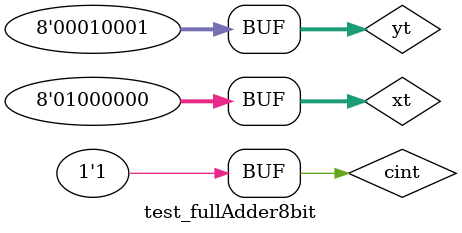
<source format=v>

module fullAdder(x, y, cin, cout, sum);
  input  x, y , cin;
  output cout, sum;
  wire w1, w2, w3;
  
  xor(sum, x, y, cin);
  
  and(w1, x, y);
  and(w2, x, cin);
  and(w3, y, cin);
  
  or(cout, w1, w2, w3);
  
endmodule

module fullAdder8bit(x, y, cin, cout, sum);
  input cin;
  input [7:0]x, y;
  output [7:0]sum;
  output cout;
  wire [6:0]c;
  fullAdder f1(.x(x[0]), .y(y[0]), .cin(cin), .cout(c[0]), .sum(sum[0]));
  fullAdder f2(.x(x[1]), .y(y[1]), .cin(c[0]), .cout(c[1]), .sum(sum[1]));
  fullAdder f3(.x(x[2]), .y(y[2]), .cin(c[1]), .cout(c[2]), .sum(sum[2]));
  fullAdder f4(.x(x[3]), .y(y[3]), .cin(c[2]), .cout(c[3]), .sum(sum[3]));
  fullAdder f5(.x(x[4]), .y(y[4]), .cin(c[3]), .cout(c[4]), .sum(sum[4]));
  fullAdder f6(.x(x[5]), .y(y[5]), .cin(c[4]), .cout(c[5]), .sum(sum[5]));
  fullAdder f7(.x(x[6]), .y(y[6]), .cin(c[5]), .cout(c[6]), .sum(sum[6]));
  fullAdder f8(.x(x[7]), .y(y[7]), .cin(c[6]), .cout(cout), .sum(sum[7]));
endmodule

module test_fullAdder8bit;
  reg cint;
  reg [7:0]xt, yt;
  wire [7:0]sumt;
  wire coutt;
  
  fullAdder8bit fullAdderM(.x(xt), .y(yt), .cin(cint), .cout(coutt), .sum(sumt));
  initial begin
    $monitor("x=%d, y=%d, cin=%d => cout=%d, sum=%d", xt, yt, cint, coutt, sumt);
    xt = 8'b01101011; yt = 8'b01011101; cint = 1'b0;
    #10
    xt = 8'b10000000; yt = 8'b00100001; cint = 1'b0;
    #10
    xt = 8'b01000000; yt = 8'b00010001; cint = 1'b1;
    
  end
endmodule

</source>
